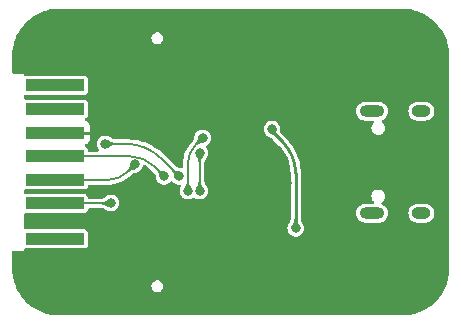
<source format=gbr>
%TF.GenerationSoftware,KiCad,Pcbnew,7.0.5-0*%
%TF.CreationDate,2023-07-20T10:36:23-05:00*%
%TF.ProjectId,DCSDv2_CP2102N,44435344-7632-45f4-9350-323130324e2e,rev?*%
%TF.SameCoordinates,Original*%
%TF.FileFunction,Copper,L1,Top*%
%TF.FilePolarity,Positive*%
%FSLAX46Y46*%
G04 Gerber Fmt 4.6, Leading zero omitted, Abs format (unit mm)*
G04 Created by KiCad (PCBNEW 7.0.5-0) date 2023-07-20 10:36:23*
%MOMM*%
%LPD*%
G01*
G04 APERTURE LIST*
%TA.AperFunction,SMDPad,CuDef*%
%ADD10R,5.000000X1.000000*%
%TD*%
%TA.AperFunction,ComponentPad*%
%ADD11O,1.600000X1.000000*%
%TD*%
%TA.AperFunction,ComponentPad*%
%ADD12O,2.100000X1.000000*%
%TD*%
%TA.AperFunction,ViaPad*%
%ADD13C,0.800000*%
%TD*%
%TA.AperFunction,Conductor*%
%ADD14C,0.250000*%
%TD*%
%TA.AperFunction,Conductor*%
%ADD15C,0.200000*%
%TD*%
G04 APERTURE END LIST*
D10*
%TO.P,U2,2,SCK*%
%TO.N,/DC_SCK*%
X135473810Y-95300000D03*
%TO.P,U2,4,RX*%
%TO.N,/DC_TX*%
X135473810Y-93300000D03*
%TO.P,U2,6,RTS*%
%TO.N,/DC_CTS*%
X135473810Y-91300000D03*
%TO.P,U2,8,GND*%
%TO.N,GND*%
X135473810Y-89300000D03*
%TO.P,U2,10,3.3V*%
%TO.N,unconnected-(U2-3.3V-Pad10)*%
X135473810Y-87300000D03*
%TO.P,U2,SHIELD*%
%TO.N,N/C*%
X135473810Y-98300000D03*
X135473810Y-85300000D03*
%TD*%
D11*
%TO.P,P1,S1,SHIELD*%
%TO.N,unconnected-(P1-SHIELD-PadS1)*%
X166523810Y-87480000D03*
D12*
X162343810Y-87480000D03*
D11*
X166523810Y-96120000D03*
D12*
X162343810Y-96120000D03*
%TD*%
D13*
%TO.N,GND*%
X152748310Y-86400000D03*
X160273810Y-88400000D03*
X153673810Y-86400000D03*
X155149310Y-93600000D03*
X152273810Y-91200000D03*
X155673810Y-86600000D03*
X138800000Y-89300000D03*
X154673810Y-86600000D03*
X150617410Y-88642404D03*
X138800000Y-94300000D03*
X150273810Y-91200000D03*
X160273810Y-95200000D03*
X150273810Y-93200000D03*
X158000000Y-91600000D03*
X152273810Y-93200000D03*
X151273810Y-92200000D03*
%TO.N,+3.3V*%
X153873810Y-89000000D03*
X155873810Y-97400000D03*
%TO.N,/CP2102N_RESET*%
X147750000Y-91000000D03*
X147750000Y-94250000D03*
%TO.N,/CP2102N_SCK*%
X148000000Y-89750000D03*
X146750000Y-94250000D03*
%TO.N,/DC_CTS*%
X144750000Y-93000000D03*
%TO.N,/DC_RTS*%
X139750000Y-90250000D03*
X146000000Y-92999500D03*
%TO.N,/DC_TX*%
X142250000Y-92000000D03*
%TO.N,/DC_SCK*%
X140250000Y-95250000D03*
%TD*%
D14*
%TO.N,GND*%
X138800000Y-89300000D02*
X135473810Y-89300000D01*
%TO.N,+3.3V*%
X154773810Y-90100000D02*
X153673810Y-89000000D01*
X155873810Y-97400000D02*
X155873810Y-92755634D01*
X155873792Y-92755634D02*
G75*
G03*
X154773810Y-90100000I-3755592J34D01*
G01*
D15*
%TO.N,/CP2102N_RESET*%
X147750000Y-91025125D02*
X147750000Y-91000000D01*
X147750000Y-91100500D02*
X147750000Y-91201000D01*
X147750000Y-91075375D02*
X147750000Y-91100500D01*
X147750000Y-91025125D02*
X147750000Y-91075375D01*
X147750000Y-91201000D02*
X147750000Y-94250000D01*
%TO.N,/CP2102N_SCK*%
X146750000Y-91883883D02*
X146750000Y-94250000D01*
X148000000Y-89750000D02*
X147375000Y-90375000D01*
X147375005Y-90375005D02*
G75*
G03*
X146750000Y-91883883I1508895J-1508895D01*
G01*
%TO.N,/DC_CTS*%
X141847918Y-91300000D02*
X135473810Y-91300000D01*
X144750000Y-93000000D02*
X143900000Y-92150000D01*
X143899995Y-92150005D02*
G75*
G03*
X141847918Y-91300000I-2052095J-2052095D01*
G01*
%TO.N,/DC_RTS*%
X139750000Y-90250000D02*
X141500250Y-90250000D01*
X146000000Y-92999500D02*
X144488113Y-91487613D01*
X144488093Y-91487633D02*
G75*
G03*
X141500250Y-90250000I-2987893J-2987867D01*
G01*
D14*
%TO.N,/DC_TX*%
X135654935Y-93118875D02*
X135836060Y-92937750D01*
D15*
X140030761Y-93300000D02*
X135729959Y-93300000D01*
X142250000Y-92000000D02*
X141600000Y-92650000D01*
X140030761Y-93299983D02*
G75*
G03*
X141599999Y-92649999I39J2219183D01*
G01*
D14*
X135654956Y-93118896D02*
G75*
G03*
X135729959Y-93300000I75044J-75004D01*
G01*
D15*
%TO.N,/DC_SCK*%
X140250000Y-95250000D02*
X140225000Y-95275000D01*
X140164644Y-95300000D02*
X135473810Y-95300000D01*
X140164644Y-95300018D02*
G75*
G03*
X140225000Y-95275000I-44J85418D01*
G01*
%TD*%
%TA.AperFunction,Conductor*%
%TO.N,/CP2102N_RESET*%
G36*
X147847058Y-93463427D02*
G01*
X147850475Y-93471205D01*
X147853871Y-93551396D01*
X147853872Y-93551404D01*
X147864920Y-93627314D01*
X147864922Y-93627325D01*
X147882300Y-93691072D01*
X147882306Y-93691091D01*
X147905162Y-93745989D01*
X147905163Y-93745992D01*
X147905165Y-93745995D01*
X147932663Y-93795389D01*
X147963948Y-93842578D01*
X147963964Y-93842601D01*
X147963980Y-93842624D01*
X147974942Y-93858095D01*
X147998172Y-93890879D01*
X148034404Y-93943491D01*
X148034555Y-93943723D01*
X148071939Y-94003925D01*
X148072138Y-94004270D01*
X148106029Y-94068159D01*
X148106878Y-94077074D01*
X148104126Y-94081752D01*
X147758433Y-94441230D01*
X147750229Y-94444818D01*
X147741890Y-94441553D01*
X147741567Y-94441230D01*
X147395873Y-94081752D01*
X147392608Y-94073413D01*
X147393969Y-94068162D01*
X147427867Y-94004256D01*
X147428059Y-94003925D01*
X147465443Y-93943723D01*
X147465571Y-93943526D01*
X147501827Y-93890879D01*
X147536051Y-93842578D01*
X147567336Y-93795389D01*
X147594834Y-93745995D01*
X147617697Y-93691078D01*
X147635078Y-93627318D01*
X147646128Y-93551398D01*
X147649525Y-93471204D01*
X147653299Y-93463084D01*
X147661215Y-93460000D01*
X147838785Y-93460000D01*
X147847058Y-93463427D01*
G37*
%TD.AperFunction*%
%TD*%
%TA.AperFunction,Conductor*%
%TO.N,+3.3V*%
G36*
X153830895Y-88813192D02*
G01*
X153831774Y-88813665D01*
X154092043Y-88968548D01*
X154259988Y-89068491D01*
X154265345Y-89075666D01*
X154265466Y-89080896D01*
X154257257Y-89120908D01*
X154257229Y-89121036D01*
X154247152Y-89165126D01*
X154238188Y-89206108D01*
X154238187Y-89206115D01*
X154231729Y-89244617D01*
X154229175Y-89280621D01*
X154229112Y-89281506D01*
X154231682Y-89317572D01*
X154231685Y-89317589D01*
X154240788Y-89353669D01*
X154240792Y-89353680D01*
X154257786Y-89390610D01*
X154257788Y-89390615D01*
X154271268Y-89410443D01*
X154284010Y-89429186D01*
X154313415Y-89461976D01*
X154316388Y-89470421D01*
X154312978Y-89478059D01*
X154151975Y-89639062D01*
X154143702Y-89642489D01*
X154135777Y-89639395D01*
X154109804Y-89615473D01*
X154077075Y-89585328D01*
X154077068Y-89585322D01*
X154077061Y-89585316D01*
X154015822Y-89538433D01*
X154015814Y-89538427D01*
X153959138Y-89502907D01*
X153924788Y-89485113D01*
X153905836Y-89475296D01*
X153854732Y-89452151D01*
X153854705Y-89452139D01*
X153804757Y-89430075D01*
X153804553Y-89429980D01*
X153754620Y-89405582D01*
X153754216Y-89405364D01*
X153703083Y-89375208D01*
X153702600Y-89374890D01*
X153648989Y-89335509D01*
X153648526Y-89335130D01*
X153597439Y-89288720D01*
X153593619Y-89280621D01*
X153594770Y-89274972D01*
X153815270Y-88818636D01*
X153821955Y-88812678D01*
X153830895Y-88813192D01*
G37*
%TD.AperFunction*%
%TD*%
%TA.AperFunction,Conductor*%
%TO.N,/DC_SCK*%
G36*
X135699260Y-94854036D02*
G01*
X135782829Y-94898971D01*
X135783232Y-94899209D01*
X135859383Y-94948382D01*
X135859667Y-94948577D01*
X135925570Y-94996862D01*
X135925647Y-94996919D01*
X135985642Y-95043034D01*
X135985666Y-95043051D01*
X135985668Y-95043053D01*
X136043993Y-95085610D01*
X136044016Y-95085626D01*
X136105070Y-95123354D01*
X136105082Y-95123361D01*
X136173212Y-95154951D01*
X136173218Y-95154954D01*
X136219299Y-95168945D01*
X136252803Y-95179118D01*
X136348210Y-95194564D01*
X136452661Y-95199475D01*
X136460763Y-95203287D01*
X136463810Y-95211162D01*
X136463810Y-95388837D01*
X136460383Y-95397110D01*
X136452660Y-95400524D01*
X136366356Y-95404581D01*
X136348210Y-95405435D01*
X136348206Y-95405435D01*
X136348203Y-95405436D01*
X136252809Y-95420880D01*
X136252803Y-95420881D01*
X136252799Y-95420881D01*
X136252795Y-95420883D01*
X136173218Y-95445044D01*
X136173212Y-95445047D01*
X136105082Y-95476637D01*
X136105070Y-95476644D01*
X136044016Y-95514372D01*
X136043993Y-95514388D01*
X135985667Y-95556945D01*
X135985668Y-95556946D01*
X135985611Y-95556987D01*
X135925678Y-95603055D01*
X135925570Y-95603136D01*
X135859667Y-95651421D01*
X135859383Y-95651616D01*
X135783232Y-95700789D01*
X135782829Y-95701027D01*
X135699260Y-95745963D01*
X135690350Y-95746863D01*
X135685609Y-95744091D01*
X135640713Y-95700917D01*
X135232578Y-95308432D01*
X135228991Y-95300229D01*
X135232256Y-95291890D01*
X135232579Y-95291567D01*
X135324379Y-95203287D01*
X135685611Y-94855907D01*
X135693948Y-94852643D01*
X135699260Y-94854036D01*
G37*
%TD.AperFunction*%
%TD*%
%TA.AperFunction,Conductor*%
%TO.N,/DC_CTS*%
G36*
X135699260Y-90854036D02*
G01*
X135782829Y-90898971D01*
X135783232Y-90899209D01*
X135859383Y-90948382D01*
X135859667Y-90948577D01*
X135925570Y-90996862D01*
X135925647Y-90996919D01*
X135985642Y-91043034D01*
X135985666Y-91043051D01*
X135985668Y-91043053D01*
X136043993Y-91085610D01*
X136044016Y-91085626D01*
X136105070Y-91123354D01*
X136105082Y-91123361D01*
X136173212Y-91154951D01*
X136173218Y-91154954D01*
X136219299Y-91168945D01*
X136252803Y-91179118D01*
X136348210Y-91194564D01*
X136452661Y-91199475D01*
X136460763Y-91203287D01*
X136463810Y-91211162D01*
X136463810Y-91388837D01*
X136460383Y-91397110D01*
X136452660Y-91400524D01*
X136366356Y-91404581D01*
X136348210Y-91405435D01*
X136348206Y-91405435D01*
X136348203Y-91405436D01*
X136252809Y-91420880D01*
X136252803Y-91420881D01*
X136252799Y-91420881D01*
X136252795Y-91420883D01*
X136173218Y-91445044D01*
X136173212Y-91445047D01*
X136105082Y-91476637D01*
X136105070Y-91476644D01*
X136044016Y-91514372D01*
X136043993Y-91514388D01*
X135985667Y-91556945D01*
X135985668Y-91556946D01*
X135985611Y-91556987D01*
X135925678Y-91603055D01*
X135925570Y-91603136D01*
X135859667Y-91651421D01*
X135859383Y-91651616D01*
X135783232Y-91700789D01*
X135782829Y-91701027D01*
X135699260Y-91745963D01*
X135690350Y-91746863D01*
X135685609Y-91744091D01*
X135640713Y-91700917D01*
X135232578Y-91308432D01*
X135228991Y-91300229D01*
X135232256Y-91291890D01*
X135232579Y-91291567D01*
X135324379Y-91203287D01*
X135685611Y-90855907D01*
X135693948Y-90852643D01*
X135699260Y-90854036D01*
G37*
%TD.AperFunction*%
%TD*%
%TA.AperFunction,Conductor*%
%TO.N,/DC_CTS*%
G36*
X144270353Y-92378262D02*
G01*
X144319401Y-92423321D01*
X144329462Y-92432565D01*
X144390959Y-92478435D01*
X144448334Y-92511230D01*
X144470471Y-92520353D01*
X144503330Y-92533895D01*
X144503331Y-92533895D01*
X144503333Y-92533896D01*
X144557703Y-92549379D01*
X144613192Y-92560625D01*
X144671547Y-92570579D01*
X144734408Y-92582168D01*
X144734628Y-92582214D01*
X144767088Y-92589804D01*
X144803653Y-92598354D01*
X144804009Y-92598449D01*
X144873170Y-92619668D01*
X144880073Y-92625370D01*
X144881435Y-92630624D01*
X144891183Y-93129256D01*
X144887918Y-93137595D01*
X144879714Y-93141183D01*
X144879256Y-93141183D01*
X144380624Y-93131435D01*
X144372420Y-93127847D01*
X144369669Y-93123170D01*
X144348449Y-93054009D01*
X144348354Y-93053653D01*
X144332217Y-92984638D01*
X144332168Y-92984408D01*
X144320579Y-92921547D01*
X144310625Y-92863192D01*
X144299379Y-92807703D01*
X144283896Y-92753333D01*
X144261230Y-92698334D01*
X144228435Y-92640959D01*
X144182565Y-92579462D01*
X144165259Y-92560625D01*
X144128262Y-92520353D01*
X144125188Y-92511943D01*
X144128604Y-92504166D01*
X144254166Y-92378604D01*
X144262438Y-92375178D01*
X144270353Y-92378262D01*
G37*
%TD.AperFunction*%
%TD*%
%TA.AperFunction,Conductor*%
%TO.N,/DC_CTS*%
G36*
X135699260Y-90854036D02*
G01*
X135782829Y-90898971D01*
X135783232Y-90899209D01*
X135859383Y-90948382D01*
X135859667Y-90948577D01*
X135925570Y-90996862D01*
X135925647Y-90996919D01*
X135985642Y-91043034D01*
X135985666Y-91043051D01*
X135985668Y-91043053D01*
X136043993Y-91085610D01*
X136044016Y-91085626D01*
X136105070Y-91123354D01*
X136105082Y-91123361D01*
X136173212Y-91154951D01*
X136173218Y-91154954D01*
X136219299Y-91168945D01*
X136252803Y-91179118D01*
X136348210Y-91194564D01*
X136452661Y-91199475D01*
X136460763Y-91203287D01*
X136463810Y-91211162D01*
X136463810Y-91388837D01*
X136460383Y-91397110D01*
X136452660Y-91400524D01*
X136366356Y-91404581D01*
X136348210Y-91405435D01*
X136348206Y-91405435D01*
X136348203Y-91405436D01*
X136252809Y-91420880D01*
X136252803Y-91420881D01*
X136252799Y-91420881D01*
X136252795Y-91420883D01*
X136173218Y-91445044D01*
X136173212Y-91445047D01*
X136105082Y-91476637D01*
X136105070Y-91476644D01*
X136044016Y-91514372D01*
X136043993Y-91514388D01*
X135985667Y-91556945D01*
X135985668Y-91556946D01*
X135985611Y-91556987D01*
X135925678Y-91603055D01*
X135925570Y-91603136D01*
X135859667Y-91651421D01*
X135859383Y-91651616D01*
X135783232Y-91700789D01*
X135782829Y-91701027D01*
X135699260Y-91745963D01*
X135690350Y-91746863D01*
X135685609Y-91744091D01*
X135640713Y-91700917D01*
X135232578Y-91308432D01*
X135228991Y-91300229D01*
X135232256Y-91291890D01*
X135232579Y-91291567D01*
X135324379Y-91203287D01*
X135685611Y-90855907D01*
X135693948Y-90852643D01*
X135699260Y-90854036D01*
G37*
%TD.AperFunction*%
%TD*%
%TA.AperFunction,Conductor*%
%TO.N,/DC_TX*%
G36*
X142387595Y-91862081D02*
G01*
X142391183Y-91870285D01*
X142391183Y-91870743D01*
X142381435Y-92369375D01*
X142377847Y-92377579D01*
X142373169Y-92380331D01*
X142304036Y-92401541D01*
X142303652Y-92401644D01*
X142234638Y-92417781D01*
X142234367Y-92417838D01*
X142171523Y-92429424D01*
X142113221Y-92439368D01*
X142113188Y-92439374D01*
X142057710Y-92450617D01*
X142057699Y-92450620D01*
X142003330Y-92466102D01*
X141948337Y-92488766D01*
X141948334Y-92488767D01*
X141890960Y-92521562D01*
X141829465Y-92567430D01*
X141829459Y-92567435D01*
X141770353Y-92621736D01*
X141761943Y-92624810D01*
X141754165Y-92621393D01*
X141628604Y-92495832D01*
X141625177Y-92487559D01*
X141628259Y-92479647D01*
X141682565Y-92420536D01*
X141728435Y-92359039D01*
X141761230Y-92301665D01*
X141783896Y-92246665D01*
X141799379Y-92192295D01*
X141810625Y-92136806D01*
X141820579Y-92078452D01*
X141832170Y-92015582D01*
X141832217Y-92015360D01*
X141848354Y-91946345D01*
X141848447Y-91945996D01*
X141869669Y-91876828D01*
X141875370Y-91869926D01*
X141880622Y-91868564D01*
X142379257Y-91858816D01*
X142387595Y-91862081D01*
G37*
%TD.AperFunction*%
%TD*%
%TA.AperFunction,Conductor*%
%TO.N,GND*%
G36*
X164875234Y-78800566D02*
G01*
X165046724Y-78808495D01*
X165246337Y-78818301D01*
X165251858Y-78818820D01*
X165437368Y-78844698D01*
X165623610Y-78872325D01*
X165628659Y-78873292D01*
X165813397Y-78916742D01*
X165993959Y-78961971D01*
X165998568Y-78963318D01*
X166169944Y-79020757D01*
X166178970Y-79023783D01*
X166180086Y-79024170D01*
X166354102Y-79086433D01*
X166358230Y-79088081D01*
X166532724Y-79165129D01*
X166534127Y-79165770D01*
X166700708Y-79244558D01*
X166704370Y-79246441D01*
X166871224Y-79339378D01*
X166872901Y-79340347D01*
X167030692Y-79434923D01*
X167033857Y-79436953D01*
X167191578Y-79544995D01*
X167193473Y-79546346D01*
X167341076Y-79655815D01*
X167343741Y-79657907D01*
X167490929Y-79780131D01*
X167492909Y-79781849D01*
X167614127Y-79891714D01*
X167629009Y-79905203D01*
X167631214Y-79907302D01*
X167766517Y-80042606D01*
X167768615Y-80044810D01*
X167891918Y-80180854D01*
X167893677Y-80182882D01*
X167942409Y-80241567D01*
X168015927Y-80330101D01*
X168018013Y-80332758D01*
X168127421Y-80480279D01*
X168128772Y-80482174D01*
X168236883Y-80639998D01*
X168238913Y-80643163D01*
X168333382Y-80800775D01*
X168334368Y-80802480D01*
X168427392Y-80969491D01*
X168429275Y-80973153D01*
X168507964Y-81139524D01*
X168508634Y-81140990D01*
X168585748Y-81315637D01*
X168587407Y-81319794D01*
X168649557Y-81493493D01*
X168649934Y-81494580D01*
X168710502Y-81675295D01*
X168711859Y-81679935D01*
X168756968Y-81860024D01*
X168800522Y-82045206D01*
X168801498Y-82050305D01*
X168828980Y-82235562D01*
X168854992Y-82422041D01*
X168855512Y-82427567D01*
X168865161Y-82623962D01*
X168873244Y-82798791D01*
X168873310Y-82801655D01*
X168873310Y-100798560D01*
X168873244Y-100801424D01*
X168865331Y-100972575D01*
X168855507Y-101172541D01*
X168854987Y-101178067D01*
X168829148Y-101363297D01*
X168801480Y-101549815D01*
X168800504Y-101554914D01*
X168757142Y-101739280D01*
X168711827Y-101920192D01*
X168710470Y-101924832D01*
X168650098Y-102104958D01*
X168649688Y-102106142D01*
X168587368Y-102280315D01*
X168585709Y-102284473D01*
X168508779Y-102458702D01*
X168508109Y-102460168D01*
X168429211Y-102626981D01*
X168427328Y-102630643D01*
X168334537Y-102797236D01*
X168333552Y-102798941D01*
X168238823Y-102956986D01*
X168236793Y-102960151D01*
X168128935Y-103117604D01*
X168127584Y-103119499D01*
X168017911Y-103267377D01*
X168015810Y-103270053D01*
X167893828Y-103416950D01*
X167892068Y-103418978D01*
X167768465Y-103555354D01*
X167766366Y-103557558D01*
X167631368Y-103692556D01*
X167629164Y-103694655D01*
X167492772Y-103818273D01*
X167490744Y-103820032D01*
X167343879Y-103941989D01*
X167341203Y-103944090D01*
X167193265Y-104053807D01*
X167191370Y-104055158D01*
X167034011Y-104162953D01*
X167030846Y-104164983D01*
X166872646Y-104259804D01*
X166870941Y-104260789D01*
X166704505Y-104353493D01*
X166700843Y-104355376D01*
X166533784Y-104434390D01*
X166532318Y-104435060D01*
X166358368Y-104511866D01*
X166354211Y-104513525D01*
X166179655Y-104575983D01*
X166178470Y-104576394D01*
X165998723Y-104636639D01*
X165994083Y-104637996D01*
X165812619Y-104683450D01*
X165628813Y-104726682D01*
X165623713Y-104727658D01*
X165482150Y-104748658D01*
X165463955Y-104750000D01*
X135283665Y-104750000D01*
X135265470Y-104748658D01*
X135123970Y-104727668D01*
X135118880Y-104726694D01*
X135054475Y-104711546D01*
X134934643Y-104683361D01*
X134753592Y-104638011D01*
X134748952Y-104636654D01*
X134569006Y-104576342D01*
X134567822Y-104575932D01*
X134393446Y-104513540D01*
X134389288Y-104511881D01*
X134215218Y-104435021D01*
X134213753Y-104434351D01*
X134046778Y-104355378D01*
X134043116Y-104353495D01*
X133876669Y-104260785D01*
X133874964Y-104259800D01*
X133716769Y-104164981D01*
X133713604Y-104162951D01*
X133556290Y-104055188D01*
X133554395Y-104053837D01*
X133406370Y-103944055D01*
X133403694Y-103941954D01*
X133256930Y-103820084D01*
X133254902Y-103818324D01*
X133118391Y-103694598D01*
X133116187Y-103692499D01*
X132981309Y-103557621D01*
X132979220Y-103555428D01*
X132855429Y-103418845D01*
X132853747Y-103416907D01*
X132731870Y-103270136D01*
X132729777Y-103267471D01*
X132619932Y-103119361D01*
X132618581Y-103117466D01*
X132510881Y-102960244D01*
X132508865Y-102957102D01*
X132413944Y-102798737D01*
X132412985Y-102797078D01*
X132320338Y-102630744D01*
X132318455Y-102627082D01*
X132239362Y-102459856D01*
X132238719Y-102458450D01*
X132168756Y-102300000D01*
X143668163Y-102300000D01*
X143688644Y-102442456D01*
X143696733Y-102460168D01*
X143748433Y-102573373D01*
X143842682Y-102682143D01*
X143963757Y-102759953D01*
X143963760Y-102759954D01*
X143963759Y-102759954D01*
X144070917Y-102791417D01*
X144096539Y-102798941D01*
X144101846Y-102800499D01*
X144101848Y-102800500D01*
X144101849Y-102800500D01*
X144245772Y-102800500D01*
X144245772Y-102800499D01*
X144383863Y-102759953D01*
X144504938Y-102682143D01*
X144599187Y-102573373D01*
X144658975Y-102442457D01*
X144679457Y-102300000D01*
X144658975Y-102157543D01*
X144599187Y-102026627D01*
X144504938Y-101917857D01*
X144383863Y-101840047D01*
X144383861Y-101840046D01*
X144383859Y-101840045D01*
X144383860Y-101840045D01*
X144245773Y-101799500D01*
X144245771Y-101799500D01*
X144101849Y-101799500D01*
X144101846Y-101799500D01*
X143963759Y-101840045D01*
X143842683Y-101917856D01*
X143842682Y-101917856D01*
X143842682Y-101917857D01*
X143830100Y-101932376D01*
X143748433Y-102026626D01*
X143748432Y-102026628D01*
X143688644Y-102157543D01*
X143668163Y-102300000D01*
X132168756Y-102300000D01*
X132161948Y-102284581D01*
X132160302Y-102280458D01*
X132097726Y-102105568D01*
X132097407Y-102104647D01*
X132037172Y-101924928D01*
X132035825Y-101920325D01*
X131990325Y-101738676D01*
X131947125Y-101555003D01*
X131946154Y-101549926D01*
X131946138Y-101549815D01*
X131918314Y-101362250D01*
X131892636Y-101178169D01*
X131892117Y-101172652D01*
X131882118Y-100969103D01*
X131874376Y-100801642D01*
X131874310Y-100798778D01*
X131874310Y-99424500D01*
X131893995Y-99357461D01*
X131946799Y-99311706D01*
X131998310Y-99300500D01*
X132849050Y-99300500D01*
X132849193Y-99300528D01*
X132849194Y-99300524D01*
X132873807Y-99300539D01*
X132873810Y-99300541D01*
X132874193Y-99300383D01*
X132874310Y-99300099D01*
X132874351Y-99300000D01*
X132874350Y-99299997D01*
X132874393Y-99275889D01*
X132874310Y-99275467D01*
X132874310Y-99224499D01*
X132893995Y-99157460D01*
X132946799Y-99111705D01*
X132998305Y-99100499D01*
X138018674Y-99100499D01*
X138018689Y-99100497D01*
X138018692Y-99100497D01*
X138043797Y-99097586D01*
X138043798Y-99097585D01*
X138043801Y-99097585D01*
X138146575Y-99052206D01*
X138226016Y-98972765D01*
X138271395Y-98869991D01*
X138274310Y-98844865D01*
X138274309Y-97755136D01*
X138274307Y-97755117D01*
X138271396Y-97730012D01*
X138271395Y-97730010D01*
X138271395Y-97730009D01*
X138226016Y-97627235D01*
X138146575Y-97547794D01*
X138074308Y-97515885D01*
X138043802Y-97502415D01*
X138018678Y-97499500D01*
X132998310Y-97499500D01*
X132931271Y-97479815D01*
X132885516Y-97427011D01*
X132874310Y-97375500D01*
X132874310Y-96224499D01*
X132893995Y-96157460D01*
X132946799Y-96111705D01*
X132998305Y-96100499D01*
X138018674Y-96100499D01*
X138018689Y-96100497D01*
X138018692Y-96100497D01*
X138043797Y-96097586D01*
X138043798Y-96097585D01*
X138043801Y-96097585D01*
X138146575Y-96052206D01*
X138226016Y-95972765D01*
X138271395Y-95869991D01*
X138274310Y-95844865D01*
X138274310Y-95824499D01*
X138293995Y-95757461D01*
X138346799Y-95711706D01*
X138398310Y-95700500D01*
X139407467Y-95700500D01*
X139434852Y-95703561D01*
X139444321Y-95705706D01*
X139514295Y-95708360D01*
X139519844Y-95708820D01*
X139565834Y-95714738D01*
X139572205Y-95715899D01*
X139602985Y-95723198D01*
X139609389Y-95725088D01*
X139631672Y-95732998D01*
X139634300Y-95733931D01*
X139639633Y-95736107D01*
X139668520Y-95749496D01*
X139671793Y-95751133D01*
X139712320Y-95772927D01*
X139765680Y-95802760D01*
X139768880Y-95804499D01*
X139831476Y-95837562D01*
X139832777Y-95838227D01*
X139835066Y-95839399D01*
X139839043Y-95841365D01*
X139842404Y-95842972D01*
X139842682Y-95843105D01*
X139914730Y-95876387D01*
X139914744Y-95876393D01*
X139919717Y-95878584D01*
X139924922Y-95880767D01*
X139926804Y-95881519D01*
X139929648Y-95882657D01*
X139993348Y-95906915D01*
X139999447Y-95909665D01*
X139999772Y-95909788D01*
X139999775Y-95909790D01*
X139999778Y-95909790D01*
X139999813Y-95909804D01*
X140003487Y-95910836D01*
X140004386Y-95911119D01*
X140004393Y-95911122D01*
X140073400Y-95928531D01*
X140075114Y-95928755D01*
X140081899Y-95930031D01*
X140164944Y-95950500D01*
X140335056Y-95950500D01*
X140500225Y-95909790D01*
X140579692Y-95868081D01*
X140650849Y-95830736D01*
X140650850Y-95830734D01*
X140650852Y-95830734D01*
X140778183Y-95717929D01*
X140874818Y-95577930D01*
X140935140Y-95418872D01*
X140955645Y-95250000D01*
X140935140Y-95081128D01*
X140874818Y-94922070D01*
X140855665Y-94894323D01*
X140818627Y-94840664D01*
X140778183Y-94782071D01*
X140655443Y-94673333D01*
X140650849Y-94669263D01*
X140500226Y-94590210D01*
X140335056Y-94549500D01*
X140164944Y-94549500D01*
X139999776Y-94590209D01*
X139854076Y-94666678D01*
X139852503Y-94667443D01*
X139851783Y-94667850D01*
X139850133Y-94668748D01*
X139849152Y-94669262D01*
X139848575Y-94669660D01*
X139843895Y-94673333D01*
X139791735Y-94709490D01*
X139788512Y-94711788D01*
X139784785Y-94714521D01*
X139781289Y-94717164D01*
X139722397Y-94763074D01*
X139718523Y-94766172D01*
X139667731Y-94808425D01*
X139629811Y-94839694D01*
X139627403Y-94841582D01*
X139603649Y-94859275D01*
X139598769Y-94862562D01*
X139586251Y-94870157D01*
X139579151Y-94873857D01*
X139576170Y-94875175D01*
X139570811Y-94877542D01*
X139562709Y-94880465D01*
X139559102Y-94881489D01*
X139547808Y-94884697D01*
X139540031Y-94886376D01*
X139508151Y-94891139D01*
X139501654Y-94891762D01*
X139490861Y-94892227D01*
X139442763Y-94894298D01*
X139442702Y-94894301D01*
X139442261Y-94894320D01*
X139442201Y-94894323D01*
X139442199Y-94894323D01*
X139433951Y-94896250D01*
X139405750Y-94899500D01*
X138398309Y-94899500D01*
X138331270Y-94879815D01*
X138285515Y-94827011D01*
X138274309Y-94775500D01*
X138274309Y-94755143D01*
X138274309Y-94755136D01*
X138272890Y-94742896D01*
X138271396Y-94730012D01*
X138271395Y-94730010D01*
X138271395Y-94730009D01*
X138226016Y-94627235D01*
X138146575Y-94547794D01*
X138128389Y-94539764D01*
X138043802Y-94502415D01*
X138018678Y-94499500D01*
X132998310Y-94499500D01*
X132931271Y-94479815D01*
X132885516Y-94427011D01*
X132874310Y-94375500D01*
X132874310Y-94224499D01*
X132893995Y-94157460D01*
X132946799Y-94111705D01*
X132998305Y-94100499D01*
X138018674Y-94100499D01*
X138018689Y-94100497D01*
X138018692Y-94100497D01*
X138043797Y-94097586D01*
X138043798Y-94097585D01*
X138043801Y-94097585D01*
X138146575Y-94052206D01*
X138226016Y-93972765D01*
X138271395Y-93869991D01*
X138274310Y-93844865D01*
X138274310Y-93824500D01*
X138293995Y-93757461D01*
X138346799Y-93711706D01*
X138398310Y-93700500D01*
X140064585Y-93700500D01*
X140064994Y-93700483D01*
X140177876Y-93700486D01*
X140470269Y-93667545D01*
X140757136Y-93602074D01*
X141034868Y-93504894D01*
X141299973Y-93377229D01*
X141549116Y-93220683D01*
X141779165Y-93037226D01*
X141855534Y-92960857D01*
X141855550Y-92960843D01*
X141947456Y-92868936D01*
X141969457Y-92851440D01*
X141977036Y-92846708D01*
X142022309Y-92805113D01*
X142027173Y-92801083D01*
X142055696Y-92779808D01*
X142061974Y-92775695D01*
X142079436Y-92765713D01*
X142086574Y-92762221D01*
X142100441Y-92756506D01*
X142107067Y-92754206D01*
X142127688Y-92748334D01*
X142132338Y-92747204D01*
X142168289Y-92739917D01*
X142170162Y-92739567D01*
X142224903Y-92730231D01*
X142291633Y-92717929D01*
X142295379Y-92717190D01*
X142299192Y-92716388D01*
X142302530Y-92715647D01*
X142375616Y-92698557D01*
X142377248Y-92698147D01*
X142380353Y-92697369D01*
X142380378Y-92697362D01*
X142380411Y-92697354D01*
X142385810Y-92695906D01*
X142391040Y-92694403D01*
X142462774Y-92672395D01*
X142470334Y-92669066D01*
X142490629Y-92662154D01*
X142500225Y-92659790D01*
X142650852Y-92580734D01*
X142778183Y-92467929D01*
X142874818Y-92327930D01*
X142935140Y-92168872D01*
X142937968Y-92145577D01*
X142965589Y-92081401D01*
X143023522Y-92042344D01*
X143093375Y-92040808D01*
X143121037Y-92051993D01*
X143171366Y-92079809D01*
X143175788Y-92082253D01*
X143181679Y-92085955D01*
X143404789Y-92244261D01*
X143410212Y-92248585D01*
X143615619Y-92432148D01*
X143618134Y-92434527D01*
X143881058Y-92697451D01*
X143898549Y-92719445D01*
X143903289Y-92727034D01*
X143944874Y-92772301D01*
X143948915Y-92777177D01*
X143950889Y-92779823D01*
X143970179Y-92805685D01*
X143974301Y-92811976D01*
X143982772Y-92826795D01*
X143984278Y-92829430D01*
X143987778Y-92836582D01*
X143993485Y-92850433D01*
X143995792Y-92857078D01*
X144001660Y-92877684D01*
X144002796Y-92882352D01*
X144010083Y-92918310D01*
X144010436Y-92920198D01*
X144019773Y-92974935D01*
X144032113Y-93041873D01*
X144032933Y-93046003D01*
X144034049Y-93051240D01*
X144051408Y-93125481D01*
X144052582Y-93130172D01*
X144053991Y-93135454D01*
X144055569Y-93140953D01*
X144077603Y-93212772D01*
X144105134Y-93275311D01*
X144106360Y-93278305D01*
X144125180Y-93327928D01*
X144159208Y-93377225D01*
X144221817Y-93467929D01*
X144287367Y-93526001D01*
X144349150Y-93580736D01*
X144498820Y-93659289D01*
X144499775Y-93659790D01*
X144664944Y-93700500D01*
X144835056Y-93700500D01*
X145000225Y-93659790D01*
X145110191Y-93602075D01*
X145150849Y-93580736D01*
X145150850Y-93580734D01*
X145150852Y-93580734D01*
X145278183Y-93467929D01*
X145278189Y-93467919D01*
X145282403Y-93463165D01*
X145341591Y-93426036D01*
X145411456Y-93426802D01*
X145468035Y-93463160D01*
X145471815Y-93467427D01*
X145471816Y-93467428D01*
X145471817Y-93467429D01*
X145514106Y-93504894D01*
X145599150Y-93580236D01*
X145749773Y-93659289D01*
X145749775Y-93659290D01*
X145914944Y-93700000D01*
X146037299Y-93700000D01*
X146104338Y-93719685D01*
X146150093Y-93772489D01*
X146160037Y-93841647D01*
X146146839Y-93882111D01*
X146128867Y-93915989D01*
X146125234Y-93921971D01*
X146125179Y-93922076D01*
X146123333Y-93926943D01*
X146098240Y-93991514D01*
X146098233Y-93991538D01*
X146097768Y-93993327D01*
X146095732Y-93999717D01*
X146064861Y-94081122D01*
X146064859Y-94081130D01*
X146044355Y-94250000D01*
X146064859Y-94418869D01*
X146064860Y-94418874D01*
X146125182Y-94577931D01*
X146133658Y-94590210D01*
X146221817Y-94717929D01*
X146309043Y-94795204D01*
X146349150Y-94830736D01*
X146470263Y-94894301D01*
X146499775Y-94909790D01*
X146664944Y-94950500D01*
X146835056Y-94950500D01*
X147000225Y-94909790D01*
X147130183Y-94841582D01*
X147150845Y-94830738D01*
X147150846Y-94830736D01*
X147150852Y-94830734D01*
X147167773Y-94815742D01*
X147231004Y-94786022D01*
X147300267Y-94795204D01*
X147332224Y-94815741D01*
X147349148Y-94830734D01*
X147349150Y-94830735D01*
X147349154Y-94830738D01*
X147470263Y-94894301D01*
X147499775Y-94909790D01*
X147664944Y-94950500D01*
X147835056Y-94950500D01*
X148000225Y-94909790D01*
X148079692Y-94868081D01*
X148150849Y-94830736D01*
X148150850Y-94830734D01*
X148150852Y-94830734D01*
X148278183Y-94717929D01*
X148374818Y-94577930D01*
X148435140Y-94418872D01*
X148455645Y-94250000D01*
X148435140Y-94081128D01*
X148374818Y-93922070D01*
X148374816Y-93922068D01*
X148374816Y-93922066D01*
X148374777Y-93921993D01*
X148371124Y-93915979D01*
X148340753Y-93858724D01*
X148338142Y-93854007D01*
X148338124Y-93853974D01*
X148335331Y-93849131D01*
X148335327Y-93849125D01*
X148335313Y-93849100D01*
X148332793Y-93844892D01*
X148320130Y-93824500D01*
X148293229Y-93781179D01*
X148291485Y-93778436D01*
X148289360Y-93775171D01*
X148287142Y-93771859D01*
X148248621Y-93715923D01*
X148216536Y-93670641D01*
X148215461Y-93669073D01*
X148214448Y-93667545D01*
X148195146Y-93638432D01*
X148192655Y-93634339D01*
X148182243Y-93615635D01*
X148179173Y-93609299D01*
X148173413Y-93595464D01*
X148170833Y-93587939D01*
X148168869Y-93580736D01*
X148165550Y-93568563D01*
X148164015Y-93561196D01*
X148158892Y-93525992D01*
X148158302Y-93519706D01*
X148155701Y-93458276D01*
X148155675Y-93457665D01*
X148153741Y-93449371D01*
X148150500Y-93421207D01*
X148150500Y-91838798D01*
X148153651Y-91811021D01*
X148155703Y-91802096D01*
X148158308Y-91738803D01*
X148158867Y-91732662D01*
X148160633Y-91720185D01*
X148164170Y-91695183D01*
X148165626Y-91687996D01*
X148171302Y-91666591D01*
X148173771Y-91659195D01*
X148180004Y-91643816D01*
X148182975Y-91637523D01*
X148193657Y-91617841D01*
X148196114Y-91613705D01*
X148216334Y-91582493D01*
X148217412Y-91580885D01*
X148249189Y-91535147D01*
X148287505Y-91478660D01*
X148289431Y-91475750D01*
X148291423Y-91472664D01*
X148293200Y-91469844D01*
X148333017Y-91405097D01*
X148335551Y-91400822D01*
X148338204Y-91396177D01*
X148340595Y-91391826D01*
X148371217Y-91333901D01*
X148374667Y-91328216D01*
X148374812Y-91327940D01*
X148374813Y-91327937D01*
X148374818Y-91327930D01*
X148375134Y-91327096D01*
X148375549Y-91326105D01*
X148376122Y-91324623D01*
X148376127Y-91324616D01*
X148401827Y-91258278D01*
X148402242Y-91256668D01*
X148404298Y-91250194D01*
X148418409Y-91212988D01*
X148435138Y-91168879D01*
X148435140Y-91168870D01*
X148435857Y-91162966D01*
X148455645Y-91000000D01*
X148435140Y-90831128D01*
X148432120Y-90823166D01*
X148383247Y-90694297D01*
X148374818Y-90672070D01*
X148288298Y-90546725D01*
X148266416Y-90480373D01*
X148283881Y-90412721D01*
X148332722Y-90366491D01*
X148400852Y-90330734D01*
X148528183Y-90217929D01*
X148624818Y-90077930D01*
X148685140Y-89918872D01*
X148705645Y-89750000D01*
X148685140Y-89581128D01*
X148624818Y-89422070D01*
X148528183Y-89282071D01*
X148400852Y-89169266D01*
X148400849Y-89169263D01*
X148250226Y-89090210D01*
X148085056Y-89049500D01*
X147914944Y-89049500D01*
X147749773Y-89090210D01*
X147599150Y-89169263D01*
X147471816Y-89282072D01*
X147375182Y-89422068D01*
X147375182Y-89422069D01*
X147343083Y-89506709D01*
X147340032Y-89513495D01*
X147327608Y-89537215D01*
X147305542Y-89609133D01*
X147303981Y-89614579D01*
X147302543Y-89619975D01*
X147301418Y-89624477D01*
X147284371Y-89697378D01*
X147283678Y-89700490D01*
X147282877Y-89704273D01*
X147282102Y-89708192D01*
X147269768Y-89775090D01*
X147260434Y-89829809D01*
X147260081Y-89831697D01*
X147252797Y-89867642D01*
X147251661Y-89872308D01*
X147245795Y-89892913D01*
X147243484Y-89899567D01*
X147237772Y-89913424D01*
X147234277Y-89920568D01*
X147224309Y-89938009D01*
X147220177Y-89944315D01*
X147212734Y-89954293D01*
X147198920Y-89972813D01*
X147194879Y-89977690D01*
X147153226Y-90023030D01*
X147152874Y-90023414D01*
X147148376Y-90030648D01*
X147130758Y-90052847D01*
X147067835Y-90115771D01*
X147067703Y-90115913D01*
X146991163Y-90192454D01*
X146813686Y-90415004D01*
X146662248Y-90656013D01*
X146662240Y-90656028D01*
X146538738Y-90912482D01*
X146538732Y-90912496D01*
X146444718Y-91181168D01*
X146444716Y-91181177D01*
X146381373Y-91458694D01*
X146349500Y-91741548D01*
X146349500Y-92201303D01*
X146329815Y-92268342D01*
X146277011Y-92314097D01*
X146207853Y-92324041D01*
X146189131Y-92319850D01*
X146163653Y-92312033D01*
X146140920Y-92305059D01*
X146140905Y-92305054D01*
X146140893Y-92305051D01*
X146135484Y-92303500D01*
X146130141Y-92302074D01*
X146125546Y-92300925D01*
X146125545Y-92300924D01*
X146125522Y-92300919D01*
X146072287Y-92288470D01*
X146052455Y-92283833D01*
X146052443Y-92283830D01*
X146052433Y-92283828D01*
X146048916Y-92283049D01*
X146048893Y-92283044D01*
X146048856Y-92283036D01*
X146045141Y-92282260D01*
X146041597Y-92281562D01*
X145974922Y-92269270D01*
X145922180Y-92260274D01*
X145920190Y-92259934D01*
X145918310Y-92259583D01*
X145882352Y-92252296D01*
X145877684Y-92251160D01*
X145857078Y-92245292D01*
X145850433Y-92242985D01*
X145836582Y-92237278D01*
X145829430Y-92233778D01*
X145827972Y-92232945D01*
X145811976Y-92223801D01*
X145805685Y-92219679D01*
X145781048Y-92201303D01*
X145777177Y-92198415D01*
X145772301Y-92194374D01*
X145727084Y-92152835D01*
X145726607Y-92152396D01*
X145726606Y-92152395D01*
X145719359Y-92147888D01*
X145697163Y-92130271D01*
X145226087Y-91659195D01*
X144749022Y-91182129D01*
X144749021Y-91182128D01*
X144747551Y-91180658D01*
X144747020Y-91180167D01*
X144628482Y-91061629D01*
X144628481Y-91061628D01*
X144628474Y-91061621D01*
X144628465Y-91061613D01*
X144628458Y-91061607D01*
X144319042Y-90801973D01*
X144319034Y-90801967D01*
X143988145Y-90570272D01*
X143638317Y-90368295D01*
X143469517Y-90289581D01*
X143272215Y-90197576D01*
X143103705Y-90136242D01*
X142892634Y-90059416D01*
X142892616Y-90059411D01*
X142502465Y-89954866D01*
X142502455Y-89954863D01*
X142502448Y-89954862D01*
X142267456Y-89913424D01*
X142104640Y-89884713D01*
X141702228Y-89849501D01*
X141702229Y-89849501D01*
X141531770Y-89849500D01*
X141531769Y-89849500D01*
X140578370Y-89849500D01*
X140550447Y-89846315D01*
X140547306Y-89845589D01*
X140541725Y-89844299D01*
X140480313Y-89841697D01*
X140474003Y-89841105D01*
X140438820Y-89835984D01*
X140431439Y-89834447D01*
X140412062Y-89829165D01*
X140404535Y-89826584D01*
X140397464Y-89823641D01*
X140390689Y-89820820D01*
X140384370Y-89817758D01*
X140378763Y-89814637D01*
X140365650Y-89807336D01*
X140361550Y-89804841D01*
X140341366Y-89791461D01*
X140330939Y-89784548D01*
X140329380Y-89783479D01*
X140284058Y-89751365D01*
X140227964Y-89712735D01*
X140227931Y-89712712D01*
X140224225Y-89710239D01*
X140219802Y-89707379D01*
X140155127Y-89667218D01*
X140153054Y-89665976D01*
X140150886Y-89664678D01*
X140150867Y-89664667D01*
X140146024Y-89661874D01*
X140143188Y-89660305D01*
X140141250Y-89659232D01*
X140075005Y-89624092D01*
X140074999Y-89624089D01*
X140050527Y-89614579D01*
X140038872Y-89610049D01*
X140032519Y-89607159D01*
X140027608Y-89604581D01*
X140000225Y-89590210D01*
X140000222Y-89590209D01*
X139835056Y-89549500D01*
X139664944Y-89549500D01*
X139499773Y-89590210D01*
X139349150Y-89669263D01*
X139221816Y-89782072D01*
X139125182Y-89922068D01*
X139064860Y-90081125D01*
X139064859Y-90081130D01*
X139044355Y-90250000D01*
X139064859Y-90418869D01*
X139064860Y-90418874D01*
X139125182Y-90577931D01*
X139212934Y-90705060D01*
X139234817Y-90771414D01*
X139217352Y-90839066D01*
X139166084Y-90886536D01*
X139110884Y-90899500D01*
X138398309Y-90899500D01*
X138331270Y-90879815D01*
X138285515Y-90827011D01*
X138274309Y-90775500D01*
X138274309Y-90755143D01*
X138274309Y-90755136D01*
X138274307Y-90755117D01*
X138271396Y-90730012D01*
X138271395Y-90730010D01*
X138271395Y-90730009D01*
X138226016Y-90627235D01*
X138146575Y-90547794D01*
X138146574Y-90547793D01*
X138083363Y-90519883D01*
X138029986Y-90474797D01*
X138009459Y-90408011D01*
X138028297Y-90340729D01*
X138080521Y-90294313D01*
X138090116Y-90290267D01*
X138215896Y-90243354D01*
X138215903Y-90243350D01*
X138330997Y-90157190D01*
X138331000Y-90157187D01*
X138417160Y-90042093D01*
X138417164Y-90042086D01*
X138467406Y-89907379D01*
X138467408Y-89907372D01*
X138473809Y-89847844D01*
X138473810Y-89847827D01*
X138473810Y-88999999D01*
X153168165Y-88999999D01*
X153188669Y-89168869D01*
X153188670Y-89168874D01*
X153248992Y-89327931D01*
X153345625Y-89467926D01*
X153345628Y-89467930D01*
X153369415Y-89489004D01*
X153386007Y-89506915D01*
X153390994Y-89513495D01*
X153392017Y-89514844D01*
X153446015Y-89563899D01*
X153449335Y-89566763D01*
X153451954Y-89569022D01*
X153458530Y-89574405D01*
X153458546Y-89574417D01*
X153458577Y-89574443D01*
X153464903Y-89579351D01*
X153464913Y-89579358D01*
X153464935Y-89579375D01*
X153524881Y-89623408D01*
X153524899Y-89623421D01*
X153531332Y-89627898D01*
X153531349Y-89627909D01*
X153538191Y-89632414D01*
X153538213Y-89632428D01*
X153538239Y-89632445D01*
X153544642Y-89636437D01*
X153544652Y-89636443D01*
X153544657Y-89636446D01*
X153601512Y-89669978D01*
X153605658Y-89672317D01*
X153606584Y-89672840D01*
X153612255Y-89675900D01*
X153617735Y-89678716D01*
X153672998Y-89705719D01*
X153678538Y-89708299D01*
X153678555Y-89708306D01*
X153678584Y-89708320D01*
X153729885Y-89730980D01*
X153755017Y-89742361D01*
X153771005Y-89749602D01*
X153773912Y-89751012D01*
X153805251Y-89767246D01*
X153809653Y-89769761D01*
X153839001Y-89788154D01*
X153843761Y-89791456D01*
X153878084Y-89817733D01*
X153882382Y-89821344D01*
X153898277Y-89835984D01*
X153928728Y-89864032D01*
X153929364Y-89864616D01*
X153929369Y-89864620D01*
X153929374Y-89864624D01*
X153933636Y-89867278D01*
X153936689Y-89869180D01*
X153958816Y-89886754D01*
X154471845Y-90399783D01*
X154473939Y-90401981D01*
X154678096Y-90627235D01*
X154690355Y-90640760D01*
X154694213Y-90645461D01*
X154730432Y-90694297D01*
X154885258Y-90903059D01*
X154888641Y-90908121D01*
X155053520Y-91183207D01*
X155056389Y-91188576D01*
X155193505Y-91478486D01*
X155195835Y-91484111D01*
X155303880Y-91786079D01*
X155305647Y-91791905D01*
X155318913Y-91844868D01*
X155382943Y-92100499D01*
X155383570Y-92102999D01*
X155384757Y-92108971D01*
X155431811Y-92426202D01*
X155432407Y-92432260D01*
X155448234Y-92754478D01*
X155448309Y-92757520D01*
X155448309Y-92826795D01*
X155448310Y-92826808D01*
X155448310Y-96573307D01*
X155445298Y-96600472D01*
X155443100Y-96610260D01*
X155440822Y-96673401D01*
X155440391Y-96678795D01*
X155435347Y-96719484D01*
X155434209Y-96725889D01*
X155428398Y-96750905D01*
X155426416Y-96757667D01*
X155420094Y-96775434D01*
X155417591Y-96781449D01*
X155408012Y-96801436D01*
X155405761Y-96805700D01*
X155388727Y-96835130D01*
X155387480Y-96837190D01*
X155360408Y-96880035D01*
X155325803Y-96934827D01*
X155323285Y-96938956D01*
X155286059Y-97002247D01*
X155284243Y-97005421D01*
X155282201Y-97009087D01*
X155280145Y-97012907D01*
X155252191Y-97066594D01*
X155249651Y-97070812D01*
X155248685Y-97072653D01*
X155248287Y-97073616D01*
X155246717Y-97077108D01*
X155221675Y-97142660D01*
X155221665Y-97142692D01*
X155221403Y-97143719D01*
X155219306Y-97150343D01*
X155188670Y-97231128D01*
X155188669Y-97231130D01*
X155168165Y-97400000D01*
X155188669Y-97568869D01*
X155188670Y-97568874D01*
X155248992Y-97727931D01*
X155311285Y-97818177D01*
X155345627Y-97867929D01*
X155451315Y-97961560D01*
X155472960Y-97980736D01*
X155623583Y-98059789D01*
X155623585Y-98059790D01*
X155788754Y-98100500D01*
X155958866Y-98100500D01*
X156124035Y-98059790D01*
X156203502Y-98018081D01*
X156274659Y-97980736D01*
X156274660Y-97980734D01*
X156274662Y-97980734D01*
X156401993Y-97867929D01*
X156498628Y-97727930D01*
X156558950Y-97568872D01*
X156579455Y-97400000D01*
X156558950Y-97231128D01*
X156558949Y-97231126D01*
X156558949Y-97231124D01*
X156537147Y-97173639D01*
X156503102Y-97083869D01*
X156501761Y-97079936D01*
X156500902Y-97077110D01*
X156500900Y-97077107D01*
X156500899Y-97077102D01*
X156500401Y-97075882D01*
X156499068Y-97072907D01*
X156497971Y-97070817D01*
X156495417Y-97066575D01*
X156467551Y-97013053D01*
X156466847Y-97011743D01*
X156465747Y-97009692D01*
X156465130Y-97008576D01*
X156463705Y-97005998D01*
X156461707Y-97002497D01*
X156461684Y-97002456D01*
X156424297Y-96938893D01*
X156421703Y-96934649D01*
X156387212Y-96880035D01*
X156360153Y-96837213D01*
X156358918Y-96835173D01*
X156341846Y-96805677D01*
X156339606Y-96801434D01*
X156330025Y-96781444D01*
X156327523Y-96775433D01*
X156321203Y-96757667D01*
X156319228Y-96750924D01*
X156313411Y-96725889D01*
X156312273Y-96719484D01*
X156307227Y-96678783D01*
X156306798Y-96673422D01*
X156304518Y-96610252D01*
X156304459Y-96608720D01*
X156302460Y-96600025D01*
X156299310Y-96572250D01*
X156299310Y-96120003D01*
X160988245Y-96120003D01*
X161008440Y-96299249D01*
X161008441Y-96299254D01*
X161068021Y-96469523D01*
X161141408Y-96586317D01*
X161163994Y-96622262D01*
X161291548Y-96749816D01*
X161373701Y-96801436D01*
X161430602Y-96837190D01*
X161444288Y-96845789D01*
X161614554Y-96905368D01*
X161614555Y-96905368D01*
X161614560Y-96905369D01*
X161705056Y-96915565D01*
X161748850Y-96920499D01*
X161748853Y-96920500D01*
X161748856Y-96920500D01*
X162938767Y-96920500D01*
X162938768Y-96920499D01*
X163005914Y-96912934D01*
X163073059Y-96905369D01*
X163073062Y-96905368D01*
X163073065Y-96905368D01*
X163243332Y-96845789D01*
X163396072Y-96749816D01*
X163523626Y-96622262D01*
X163619599Y-96469522D01*
X163679178Y-96299255D01*
X163687601Y-96224499D01*
X163699375Y-96120003D01*
X165418245Y-96120003D01*
X165438440Y-96299249D01*
X165438441Y-96299254D01*
X165498021Y-96469523D01*
X165571408Y-96586317D01*
X165593994Y-96622262D01*
X165721548Y-96749816D01*
X165803701Y-96801436D01*
X165860602Y-96837190D01*
X165874288Y-96845789D01*
X166044554Y-96905368D01*
X166044555Y-96905368D01*
X166044560Y-96905369D01*
X166135056Y-96915565D01*
X166178850Y-96920499D01*
X166178853Y-96920500D01*
X166178856Y-96920500D01*
X166868767Y-96920500D01*
X166868768Y-96920499D01*
X166935914Y-96912934D01*
X167003059Y-96905369D01*
X167003062Y-96905368D01*
X167003065Y-96905368D01*
X167173332Y-96845789D01*
X167326072Y-96749816D01*
X167453626Y-96622262D01*
X167549599Y-96469522D01*
X167609178Y-96299255D01*
X167617601Y-96224499D01*
X167629375Y-96120003D01*
X167629375Y-96119996D01*
X167609179Y-95940750D01*
X167609178Y-95940745D01*
X167605140Y-95929206D01*
X167549599Y-95770478D01*
X167453626Y-95617738D01*
X167326072Y-95490184D01*
X167326072Y-95490183D01*
X167173333Y-95394211D01*
X167003064Y-95334631D01*
X167003059Y-95334630D01*
X166868770Y-95319500D01*
X166868764Y-95319500D01*
X166178856Y-95319500D01*
X166178849Y-95319500D01*
X166044560Y-95334630D01*
X166044555Y-95334631D01*
X165874286Y-95394211D01*
X165721547Y-95490184D01*
X165593994Y-95617737D01*
X165498021Y-95770476D01*
X165438441Y-95940745D01*
X165438440Y-95940750D01*
X165418245Y-96119996D01*
X165418245Y-96120003D01*
X163699375Y-96120003D01*
X163699375Y-96119996D01*
X163679179Y-95940750D01*
X163679178Y-95940745D01*
X163675140Y-95929206D01*
X163619599Y-95770478D01*
X163523626Y-95617738D01*
X163396072Y-95490184D01*
X163396071Y-95490183D01*
X163243330Y-95394209D01*
X163225036Y-95387808D01*
X163168261Y-95347086D01*
X163142514Y-95282133D01*
X163155971Y-95213571D01*
X163190503Y-95172394D01*
X163284261Y-95100451D01*
X163376508Y-94980233D01*
X163434497Y-94840236D01*
X163454276Y-94690000D01*
X163451805Y-94671234D01*
X163434497Y-94539765D01*
X163434497Y-94539764D01*
X163376508Y-94399767D01*
X163284261Y-94279549D01*
X163164043Y-94187302D01*
X163164039Y-94187300D01*
X163091998Y-94157460D01*
X163024046Y-94129313D01*
X163009981Y-94127461D01*
X162911537Y-94114500D01*
X162911530Y-94114500D01*
X162836090Y-94114500D01*
X162836082Y-94114500D01*
X162723574Y-94129313D01*
X162723573Y-94129313D01*
X162583580Y-94187300D01*
X162463359Y-94279549D01*
X162371110Y-94399770D01*
X162313123Y-94539763D01*
X162313122Y-94539765D01*
X162293344Y-94689999D01*
X162293344Y-94690000D01*
X162313122Y-94840234D01*
X162313123Y-94840236D01*
X162335517Y-94894301D01*
X162371112Y-94980233D01*
X162463359Y-95100451D01*
X162463361Y-95100452D01*
X162463363Y-95100455D01*
X162469106Y-95106198D01*
X162467107Y-95108196D01*
X162500223Y-95153539D01*
X162504385Y-95223285D01*
X162470179Y-95284209D01*
X162408465Y-95316969D01*
X162383538Y-95319500D01*
X161748849Y-95319500D01*
X161614560Y-95334630D01*
X161614555Y-95334631D01*
X161444286Y-95394211D01*
X161291547Y-95490184D01*
X161163994Y-95617737D01*
X161068021Y-95770476D01*
X161008441Y-95940745D01*
X161008440Y-95940750D01*
X160988245Y-96119996D01*
X160988245Y-96120003D01*
X156299310Y-96120003D01*
X156299310Y-92719918D01*
X156299292Y-92719461D01*
X156299292Y-92653567D01*
X156299293Y-92573086D01*
X156267475Y-92209371D01*
X156221281Y-91947378D01*
X156204082Y-91849834D01*
X156204080Y-91849829D01*
X156204078Y-91849813D01*
X156119766Y-91535147D01*
X156109588Y-91497159D01*
X156109581Y-91497138D01*
X155984716Y-91154067D01*
X155984708Y-91154048D01*
X155870031Y-90908121D01*
X155830416Y-90823165D01*
X155733918Y-90656025D01*
X155647865Y-90506974D01*
X155463277Y-90243354D01*
X155438451Y-90207898D01*
X155332079Y-90081128D01*
X155203769Y-89928213D01*
X155099798Y-89824241D01*
X155099785Y-89824227D01*
X155074685Y-89799127D01*
X155029105Y-89753545D01*
X155029083Y-89753525D01*
X154586710Y-89311152D01*
X154553225Y-89249829D01*
X154553511Y-89195830D01*
X154555429Y-89187444D01*
X154556151Y-89184115D01*
X154564730Y-89142307D01*
X154570884Y-89073830D01*
X154570883Y-89073790D01*
X154570939Y-89072111D01*
X154571356Y-89066685D01*
X154579455Y-89000000D01*
X154558950Y-88831128D01*
X154498628Y-88672070D01*
X154401993Y-88532071D01*
X154274662Y-88419266D01*
X154274659Y-88419263D01*
X154124036Y-88340210D01*
X153958866Y-88299500D01*
X153788754Y-88299500D01*
X153623583Y-88340210D01*
X153472960Y-88419263D01*
X153345626Y-88532072D01*
X153248992Y-88672068D01*
X153188670Y-88831125D01*
X153188669Y-88831130D01*
X153168165Y-88999999D01*
X138473810Y-88999999D01*
X138473810Y-88752172D01*
X138473809Y-88752155D01*
X138467408Y-88692627D01*
X138467406Y-88692620D01*
X138417164Y-88557913D01*
X138417160Y-88557906D01*
X138331000Y-88442812D01*
X138330997Y-88442809D01*
X138215903Y-88356649D01*
X138215896Y-88356645D01*
X138090116Y-88309732D01*
X138034182Y-88267860D01*
X138009765Y-88202396D01*
X138024617Y-88134123D01*
X138074022Y-88084718D01*
X138083338Y-88080127D01*
X138146575Y-88052206D01*
X138226016Y-87972765D01*
X138271395Y-87869991D01*
X138274310Y-87844865D01*
X138274310Y-87480003D01*
X160988245Y-87480003D01*
X161008440Y-87659249D01*
X161008441Y-87659254D01*
X161068021Y-87829523D01*
X161158027Y-87972765D01*
X161163994Y-87982262D01*
X161291548Y-88109816D01*
X161444288Y-88205789D01*
X161614554Y-88265368D01*
X161614555Y-88265368D01*
X161614560Y-88265369D01*
X161705056Y-88275565D01*
X161748850Y-88280499D01*
X161748853Y-88280500D01*
X162383538Y-88280500D01*
X162450577Y-88300185D01*
X162496332Y-88352989D01*
X162506276Y-88422147D01*
X162477251Y-88485703D01*
X162468886Y-88493582D01*
X162469106Y-88493802D01*
X162463363Y-88499544D01*
X162463359Y-88499548D01*
X162463359Y-88499549D01*
X162418575Y-88557913D01*
X162371110Y-88619770D01*
X162313123Y-88759763D01*
X162313122Y-88759765D01*
X162293344Y-88909999D01*
X162293344Y-88910000D01*
X162313122Y-89060234D01*
X162313123Y-89060236D01*
X162365830Y-89187483D01*
X162371112Y-89200233D01*
X162463359Y-89320451D01*
X162583577Y-89412698D01*
X162723574Y-89470687D01*
X162836090Y-89485500D01*
X162836097Y-89485500D01*
X162911523Y-89485500D01*
X162911530Y-89485500D01*
X163024046Y-89470687D01*
X163164043Y-89412698D01*
X163284261Y-89320451D01*
X163376508Y-89200233D01*
X163434497Y-89060236D01*
X163454276Y-88910000D01*
X163434497Y-88759764D01*
X163376508Y-88619767D01*
X163284261Y-88499549D01*
X163190503Y-88427605D01*
X163149303Y-88371180D01*
X163145148Y-88301434D01*
X163179361Y-88240513D01*
X163225037Y-88212190D01*
X163243332Y-88205789D01*
X163396072Y-88109816D01*
X163523626Y-87982262D01*
X163619599Y-87829522D01*
X163679178Y-87659255D01*
X163699375Y-87480003D01*
X165418245Y-87480003D01*
X165438440Y-87659249D01*
X165438441Y-87659254D01*
X165498021Y-87829523D01*
X165588027Y-87972765D01*
X165593994Y-87982262D01*
X165721548Y-88109816D01*
X165874288Y-88205789D01*
X166044554Y-88265368D01*
X166044555Y-88265368D01*
X166044560Y-88265369D01*
X166135056Y-88275565D01*
X166178850Y-88280499D01*
X166178853Y-88280500D01*
X166178856Y-88280500D01*
X166868767Y-88280500D01*
X166868768Y-88280499D01*
X166935914Y-88272934D01*
X167003059Y-88265369D01*
X167003062Y-88265368D01*
X167003065Y-88265368D01*
X167173332Y-88205789D01*
X167326072Y-88109816D01*
X167453626Y-87982262D01*
X167549599Y-87829522D01*
X167609178Y-87659255D01*
X167629375Y-87480000D01*
X167609178Y-87300745D01*
X167549599Y-87130478D01*
X167453626Y-86977738D01*
X167326072Y-86850184D01*
X167326071Y-86850183D01*
X167173333Y-86754211D01*
X167003064Y-86694631D01*
X167003059Y-86694630D01*
X166868770Y-86679500D01*
X166868764Y-86679500D01*
X166178856Y-86679500D01*
X166178849Y-86679500D01*
X166044560Y-86694630D01*
X166044555Y-86694631D01*
X165874286Y-86754211D01*
X165721547Y-86850184D01*
X165593994Y-86977737D01*
X165498021Y-87130476D01*
X165438441Y-87300745D01*
X165438440Y-87300750D01*
X165418245Y-87479996D01*
X165418245Y-87480003D01*
X163699375Y-87480003D01*
X163699375Y-87480000D01*
X163679178Y-87300745D01*
X163619599Y-87130478D01*
X163523626Y-86977738D01*
X163396072Y-86850184D01*
X163396071Y-86850184D01*
X163243333Y-86754211D01*
X163073064Y-86694631D01*
X163073059Y-86694630D01*
X162938770Y-86679500D01*
X162938764Y-86679500D01*
X161748856Y-86679500D01*
X161748849Y-86679500D01*
X161614560Y-86694630D01*
X161614555Y-86694631D01*
X161444286Y-86754211D01*
X161291547Y-86850184D01*
X161163994Y-86977737D01*
X161068021Y-87130476D01*
X161008441Y-87300745D01*
X161008440Y-87300750D01*
X160988245Y-87479996D01*
X160988245Y-87480003D01*
X138274310Y-87480003D01*
X138274309Y-86755136D01*
X138274202Y-86754211D01*
X138271396Y-86730012D01*
X138271395Y-86730010D01*
X138271395Y-86730009D01*
X138226016Y-86627235D01*
X138146575Y-86547794D01*
X138074308Y-86515885D01*
X138043802Y-86502415D01*
X138018678Y-86499500D01*
X132998310Y-86499500D01*
X132931271Y-86479815D01*
X132885516Y-86427011D01*
X132874310Y-86375500D01*
X132874310Y-86224499D01*
X132893995Y-86157460D01*
X132946799Y-86111705D01*
X132998305Y-86100499D01*
X138018674Y-86100499D01*
X138018689Y-86100497D01*
X138018692Y-86100497D01*
X138043797Y-86097586D01*
X138043798Y-86097585D01*
X138043801Y-86097585D01*
X138146575Y-86052206D01*
X138226016Y-85972765D01*
X138271395Y-85869991D01*
X138274310Y-85844865D01*
X138274309Y-84755136D01*
X138274307Y-84755117D01*
X138271396Y-84730012D01*
X138271395Y-84730010D01*
X138271395Y-84730009D01*
X138226016Y-84627235D01*
X138146575Y-84547794D01*
X138074308Y-84515885D01*
X138043802Y-84502415D01*
X138018678Y-84499500D01*
X132998310Y-84499500D01*
X132931271Y-84479815D01*
X132885516Y-84427011D01*
X132874310Y-84375500D01*
X132874310Y-84324759D01*
X132874338Y-84324616D01*
X132874334Y-84324616D01*
X132874349Y-84300002D01*
X132874351Y-84300000D01*
X132874272Y-84299808D01*
X132874194Y-84299618D01*
X132874193Y-84299617D01*
X132874191Y-84299616D01*
X132873900Y-84299496D01*
X132873811Y-84299459D01*
X132849256Y-84299459D01*
X132849050Y-84299500D01*
X131998310Y-84299500D01*
X131931271Y-84279815D01*
X131885516Y-84227011D01*
X131874310Y-84175500D01*
X131874309Y-82801439D01*
X131874375Y-82798575D01*
X131882280Y-82627601D01*
X131892106Y-82427567D01*
X131892112Y-82427446D01*
X131892628Y-82421955D01*
X131918481Y-82236622D01*
X131946141Y-82050158D01*
X131947102Y-82045137D01*
X131990501Y-81860616D01*
X132035800Y-81679775D01*
X132037134Y-81675213D01*
X132097545Y-81494972D01*
X132097915Y-81493903D01*
X132160269Y-81319636D01*
X132161897Y-81315557D01*
X132168766Y-81300000D01*
X143668163Y-81300000D01*
X143688644Y-81442456D01*
X143746915Y-81570050D01*
X143748433Y-81573373D01*
X143842682Y-81682143D01*
X143963757Y-81759953D01*
X143963760Y-81759954D01*
X143963759Y-81759954D01*
X144101846Y-81800499D01*
X144101848Y-81800500D01*
X144101849Y-81800500D01*
X144245772Y-81800500D01*
X144245772Y-81800499D01*
X144383863Y-81759953D01*
X144504938Y-81682143D01*
X144599187Y-81573373D01*
X144658975Y-81442457D01*
X144679457Y-81300000D01*
X144658975Y-81157543D01*
X144599187Y-81026627D01*
X144504938Y-80917857D01*
X144383863Y-80840047D01*
X144383861Y-80840046D01*
X144383859Y-80840045D01*
X144383860Y-80840045D01*
X144245773Y-80799500D01*
X144245771Y-80799500D01*
X144101849Y-80799500D01*
X144101846Y-80799500D01*
X143963759Y-80840045D01*
X143842683Y-80917856D01*
X143748433Y-81026626D01*
X143748432Y-81026628D01*
X143688644Y-81157543D01*
X143668163Y-81300000D01*
X132168766Y-81300000D01*
X132238920Y-81141119D01*
X132239477Y-81139899D01*
X132318394Y-80973044D01*
X132320260Y-80969415D01*
X132413172Y-80802607D01*
X132414059Y-80801071D01*
X132508804Y-80642999D01*
X132510761Y-80639948D01*
X132618794Y-80482239D01*
X132620052Y-80480474D01*
X132729683Y-80332655D01*
X132731747Y-80330026D01*
X132853901Y-80182921D01*
X132855584Y-80180983D01*
X132979125Y-80044677D01*
X132981126Y-80042576D01*
X133116401Y-79907301D01*
X133118483Y-79905318D01*
X133254776Y-79781789D01*
X133256708Y-79780112D01*
X133403865Y-79657916D01*
X133406473Y-79655867D01*
X133554222Y-79546289D01*
X133556038Y-79544995D01*
X133713772Y-79436945D01*
X133716874Y-79434955D01*
X133874746Y-79340330D01*
X133876317Y-79339421D01*
X134043287Y-79246420D01*
X134046896Y-79244564D01*
X134213467Y-79165782D01*
X134214832Y-79165158D01*
X134389466Y-79088050D01*
X134393507Y-79086437D01*
X134567576Y-79024154D01*
X134568274Y-79023912D01*
X134749104Y-78963305D01*
X134753700Y-78961961D01*
X134933873Y-78916829D01*
X135119034Y-78873280D01*
X135124065Y-78872317D01*
X135309480Y-78844813D01*
X135495872Y-78818812D01*
X135501348Y-78818297D01*
X135697444Y-78808663D01*
X135872602Y-78800565D01*
X135875458Y-78800500D01*
X164872370Y-78800500D01*
X164875234Y-78800566D01*
G37*
%TD.AperFunction*%
%TD*%
%TA.AperFunction,Conductor*%
%TO.N,/CP2102N_RESET*%
G36*
X147758110Y-90808446D02*
G01*
X147758433Y-90808769D01*
X148104135Y-91168256D01*
X148107400Y-91176595D01*
X148106046Y-91181834D01*
X148071675Y-91246849D01*
X148071486Y-91247180D01*
X148033843Y-91308391D01*
X148033701Y-91308611D01*
X147997322Y-91362243D01*
X147963148Y-91411433D01*
X147931960Y-91459576D01*
X147904628Y-91509936D01*
X147904626Y-91509940D01*
X147881951Y-91565883D01*
X147881946Y-91565899D01*
X147864742Y-91630778D01*
X147853820Y-91707956D01*
X147850462Y-91789531D01*
X147846698Y-91797656D01*
X147838772Y-91800750D01*
X147661228Y-91800750D01*
X147652955Y-91797323D01*
X147649538Y-91789531D01*
X147646178Y-91707956D01*
X147646178Y-91707949D01*
X147635257Y-91630780D01*
X147618051Y-91565894D01*
X147595373Y-91509942D01*
X147568038Y-91459576D01*
X147536860Y-91411448D01*
X147502676Y-91362243D01*
X147466297Y-91308611D01*
X147466155Y-91308391D01*
X147428512Y-91247180D01*
X147428323Y-91246849D01*
X147421349Y-91233657D01*
X147393952Y-91181832D01*
X147393116Y-91172918D01*
X147395862Y-91168259D01*
X147741567Y-90808768D01*
X147749771Y-90805181D01*
X147758110Y-90808446D01*
G37*
%TD.AperFunction*%
%TD*%
%TA.AperFunction,Conductor*%
%TO.N,/DC_SCK*%
G36*
X135699260Y-94854036D02*
G01*
X135782829Y-94898971D01*
X135783232Y-94899209D01*
X135859383Y-94948382D01*
X135859667Y-94948577D01*
X135925570Y-94996862D01*
X135925647Y-94996919D01*
X135985642Y-95043034D01*
X135985666Y-95043051D01*
X135985668Y-95043053D01*
X136043993Y-95085610D01*
X136044016Y-95085626D01*
X136105070Y-95123354D01*
X136105082Y-95123361D01*
X136173212Y-95154951D01*
X136173218Y-95154954D01*
X136219299Y-95168945D01*
X136252803Y-95179118D01*
X136348210Y-95194564D01*
X136452661Y-95199475D01*
X136460763Y-95203287D01*
X136463810Y-95211162D01*
X136463810Y-95388837D01*
X136460383Y-95397110D01*
X136452660Y-95400524D01*
X136366356Y-95404581D01*
X136348210Y-95405435D01*
X136348206Y-95405435D01*
X136348203Y-95405436D01*
X136252809Y-95420880D01*
X136252803Y-95420881D01*
X136252799Y-95420881D01*
X136252795Y-95420883D01*
X136173218Y-95445044D01*
X136173212Y-95445047D01*
X136105082Y-95476637D01*
X136105070Y-95476644D01*
X136044016Y-95514372D01*
X136043993Y-95514388D01*
X135985667Y-95556945D01*
X135985668Y-95556946D01*
X135985611Y-95556987D01*
X135925678Y-95603055D01*
X135925570Y-95603136D01*
X135859667Y-95651421D01*
X135859383Y-95651616D01*
X135783232Y-95700789D01*
X135782829Y-95701027D01*
X135699260Y-95745963D01*
X135690350Y-95746863D01*
X135685609Y-95744091D01*
X135640713Y-95700917D01*
X135232578Y-95308432D01*
X135228991Y-95300229D01*
X135232256Y-95291890D01*
X135232579Y-95291567D01*
X135324379Y-95203287D01*
X135685611Y-94855907D01*
X135693948Y-94852643D01*
X135699260Y-94854036D01*
G37*
%TD.AperFunction*%
%TD*%
%TA.AperFunction,Conductor*%
%TO.N,/DC_RTS*%
G36*
X139931838Y-89893969D02*
G01*
X139935427Y-89895873D01*
X139995728Y-89927860D01*
X139996073Y-89928059D01*
X140056275Y-89965443D01*
X140056490Y-89965582D01*
X140109120Y-90001827D01*
X140157421Y-90036051D01*
X140204610Y-90067336D01*
X140254004Y-90094834D01*
X140254009Y-90094836D01*
X140308907Y-90117692D01*
X140308915Y-90117694D01*
X140308921Y-90117697D01*
X140351478Y-90129298D01*
X140372673Y-90135076D01*
X140372674Y-90135076D01*
X140372681Y-90135078D01*
X140448601Y-90146128D01*
X140528795Y-90149525D01*
X140536916Y-90153299D01*
X140540000Y-90161215D01*
X140540000Y-90338784D01*
X140536573Y-90347057D01*
X140528795Y-90350474D01*
X140454215Y-90353633D01*
X140448601Y-90353871D01*
X140448594Y-90353871D01*
X140448594Y-90353872D01*
X140372684Y-90364920D01*
X140372673Y-90364922D01*
X140308926Y-90382300D01*
X140308907Y-90382306D01*
X140254009Y-90405162D01*
X140254002Y-90405165D01*
X140254004Y-90405165D01*
X140204610Y-90432663D01*
X140204605Y-90432666D01*
X140204602Y-90432668D01*
X140157418Y-90463950D01*
X140157374Y-90463980D01*
X140123435Y-90488028D01*
X140109121Y-90498170D01*
X140056507Y-90534404D01*
X140056275Y-90534555D01*
X139996073Y-90571939D01*
X139995729Y-90572138D01*
X139931840Y-90606029D01*
X139922925Y-90606878D01*
X139918247Y-90604126D01*
X139687582Y-90382306D01*
X139558768Y-90258432D01*
X139555181Y-90250229D01*
X139558446Y-90241890D01*
X139558769Y-90241567D01*
X139650557Y-90153299D01*
X139918248Y-89895872D01*
X139926586Y-89892608D01*
X139931838Y-89893969D01*
G37*
%TD.AperFunction*%
%TD*%
%TA.AperFunction,Conductor*%
%TO.N,/DC_TX*%
G36*
X135699252Y-92854014D02*
G01*
X135784698Y-92899764D01*
X135821651Y-92923343D01*
X135862605Y-92949475D01*
X135862860Y-92949649D01*
X135930242Y-92998114D01*
X135930295Y-92998153D01*
X135991711Y-93044248D01*
X135991734Y-93044264D01*
X136051479Y-93086664D01*
X136051505Y-93086681D01*
X136113674Y-93123954D01*
X136114026Y-93124165D01*
X136114029Y-93124166D01*
X136114036Y-93124170D01*
X136183711Y-93155478D01*
X136183718Y-93155481D01*
X136183719Y-93155481D01*
X136183723Y-93155483D01*
X136265000Y-93179388D01*
X136362267Y-93194639D01*
X136362266Y-93194639D01*
X136362273Y-93194640D01*
X136468791Y-93199491D01*
X136476900Y-93203291D01*
X136479959Y-93211179D01*
X136479959Y-93388820D01*
X136476532Y-93397093D01*
X136468791Y-93400508D01*
X136362268Y-93405359D01*
X136265006Y-93420609D01*
X136183718Y-93444517D01*
X136183711Y-93444520D01*
X136114036Y-93475828D01*
X136114021Y-93475836D01*
X136051505Y-93513317D01*
X136051479Y-93513334D01*
X135991734Y-93555734D01*
X135930297Y-93601843D01*
X135930201Y-93601914D01*
X135862863Y-93650347D01*
X135862594Y-93650530D01*
X135784890Y-93700111D01*
X135784505Y-93700337D01*
X135699254Y-93745984D01*
X135690343Y-93746868D01*
X135685621Y-93744102D01*
X135489759Y-93555751D01*
X135341558Y-93413233D01*
X135341559Y-93413233D01*
X135232579Y-93308432D01*
X135228991Y-93300228D01*
X135232256Y-93291889D01*
X135232546Y-93291598D01*
X135685622Y-92855896D01*
X135693960Y-92852632D01*
X135699252Y-92854014D01*
G37*
%TD.AperFunction*%
%TD*%
%TA.AperFunction,Conductor*%
%TO.N,/CP2102N_SCK*%
G36*
X148137595Y-89612081D02*
G01*
X148141183Y-89620285D01*
X148141183Y-89620743D01*
X148131435Y-90119375D01*
X148127847Y-90127579D01*
X148123169Y-90130331D01*
X148054036Y-90151541D01*
X148053652Y-90151644D01*
X147984638Y-90167781D01*
X147984367Y-90167838D01*
X147921523Y-90179424D01*
X147863221Y-90189368D01*
X147863188Y-90189374D01*
X147807710Y-90200617D01*
X147807699Y-90200620D01*
X147753330Y-90216102D01*
X147698337Y-90238766D01*
X147698334Y-90238767D01*
X147640960Y-90271562D01*
X147579465Y-90317430D01*
X147579459Y-90317435D01*
X147520353Y-90371736D01*
X147511943Y-90374810D01*
X147504165Y-90371393D01*
X147378604Y-90245832D01*
X147375177Y-90237559D01*
X147378259Y-90229647D01*
X147432565Y-90170536D01*
X147478435Y-90109039D01*
X147511230Y-90051665D01*
X147533896Y-89996665D01*
X147549379Y-89942295D01*
X147560625Y-89886806D01*
X147570579Y-89828452D01*
X147582170Y-89765582D01*
X147582217Y-89765360D01*
X147598354Y-89696345D01*
X147598447Y-89695996D01*
X147619669Y-89626828D01*
X147625370Y-89619926D01*
X147630622Y-89618564D01*
X148129257Y-89608816D01*
X148137595Y-89612081D01*
G37*
%TD.AperFunction*%
%TD*%
%TA.AperFunction,Conductor*%
%TO.N,/DC_SCK*%
G36*
X140039633Y-94919110D02*
G01*
X140438758Y-95218219D01*
X140443324Y-95225923D01*
X140441105Y-95234598D01*
X140440823Y-95234959D01*
X140126363Y-95622067D01*
X140118487Y-95626328D01*
X140113118Y-95625624D01*
X140040744Y-95598062D01*
X140040372Y-95597906D01*
X139972641Y-95566618D01*
X139972362Y-95566480D01*
X139913297Y-95535284D01*
X139913174Y-95535217D01*
X139859249Y-95505068D01*
X139849850Y-95500014D01*
X139806881Y-95476908D01*
X139806876Y-95476906D01*
X139806873Y-95476904D01*
X139806874Y-95476904D01*
X139752604Y-95451749D01*
X139752599Y-95451747D01*
X139692824Y-95430531D01*
X139623959Y-95414201D01*
X139623949Y-95414199D01*
X139542427Y-95403708D01*
X139455901Y-95400426D01*
X139447763Y-95396688D01*
X139444644Y-95388734D01*
X139444644Y-95211207D01*
X139448071Y-95202934D01*
X139455840Y-95199518D01*
X139534155Y-95196147D01*
X139608548Y-95185030D01*
X139670934Y-95167311D01*
X139724426Y-95143652D01*
X139772135Y-95114716D01*
X139817175Y-95081165D01*
X139862657Y-95043660D01*
X139911634Y-95002916D01*
X139911779Y-95002800D01*
X139929778Y-94988768D01*
X139967297Y-94959521D01*
X139967492Y-94959378D01*
X140025954Y-94918856D01*
X140034704Y-94916961D01*
X140039633Y-94919110D01*
G37*
%TD.AperFunction*%
%TD*%
%TA.AperFunction,Conductor*%
%TO.N,/CP2102N_SCK*%
G36*
X146847058Y-93463427D02*
G01*
X146850475Y-93471205D01*
X146853871Y-93551396D01*
X146853872Y-93551404D01*
X146864920Y-93627314D01*
X146864922Y-93627325D01*
X146882300Y-93691072D01*
X146882306Y-93691091D01*
X146905162Y-93745989D01*
X146905163Y-93745992D01*
X146905165Y-93745995D01*
X146932663Y-93795389D01*
X146963948Y-93842578D01*
X146963964Y-93842601D01*
X146963980Y-93842624D01*
X146974942Y-93858095D01*
X146998172Y-93890879D01*
X147034404Y-93943491D01*
X147034555Y-93943723D01*
X147071939Y-94003925D01*
X147072138Y-94004270D01*
X147106029Y-94068159D01*
X147106878Y-94077074D01*
X147104126Y-94081752D01*
X146758433Y-94441230D01*
X146750229Y-94444818D01*
X146741890Y-94441553D01*
X146741567Y-94441230D01*
X146395873Y-94081752D01*
X146392608Y-94073413D01*
X146393969Y-94068162D01*
X146427867Y-94004256D01*
X146428059Y-94003925D01*
X146465443Y-93943723D01*
X146465571Y-93943526D01*
X146501827Y-93890879D01*
X146536051Y-93842578D01*
X146567336Y-93795389D01*
X146594834Y-93745995D01*
X146617697Y-93691078D01*
X146635078Y-93627318D01*
X146646128Y-93551398D01*
X146649525Y-93471204D01*
X146653299Y-93463084D01*
X146661215Y-93460000D01*
X146838785Y-93460000D01*
X146847058Y-93463427D01*
G37*
%TD.AperFunction*%
%TD*%
%TA.AperFunction,Conductor*%
%TO.N,+3.3V*%
G36*
X155995798Y-96613427D02*
G01*
X155999217Y-96621278D01*
X156002076Y-96700459D01*
X156002077Y-96700469D01*
X156011468Y-96776216D01*
X156011469Y-96776222D01*
X156026375Y-96840388D01*
X156026377Y-96840395D01*
X156046184Y-96896064D01*
X156070285Y-96946349D01*
X156070287Y-96946352D01*
X156098072Y-96994359D01*
X156098083Y-96994377D01*
X156098090Y-96994388D01*
X156128927Y-97043187D01*
X156128926Y-97043187D01*
X156128928Y-97043189D01*
X156162199Y-97095872D01*
X156162276Y-97095998D01*
X156197330Y-97155595D01*
X156197476Y-97155859D01*
X156229928Y-97218190D01*
X156230709Y-97227111D01*
X156227983Y-97231703D01*
X155882242Y-97591230D01*
X155874038Y-97594818D01*
X155865699Y-97591553D01*
X155865376Y-97591230D01*
X155519636Y-97231703D01*
X155516371Y-97223364D01*
X155517691Y-97218190D01*
X155550144Y-97155859D01*
X155550291Y-97155595D01*
X155585344Y-97095998D01*
X155585394Y-97095914D01*
X155618694Y-97043187D01*
X155649549Y-96994359D01*
X155677334Y-96946352D01*
X155701436Y-96896064D01*
X155721246Y-96840389D01*
X155736152Y-96776222D01*
X155745544Y-96700461D01*
X155748402Y-96621278D01*
X155752126Y-96613134D01*
X155760095Y-96610000D01*
X155987525Y-96610000D01*
X155995798Y-96613427D01*
G37*
%TD.AperFunction*%
%TD*%
%TA.AperFunction,Conductor*%
%TO.N,/DC_RTS*%
G36*
X145520353Y-92377762D02*
G01*
X145569401Y-92422821D01*
X145579462Y-92432065D01*
X145640959Y-92477935D01*
X145698334Y-92510730D01*
X145720471Y-92519853D01*
X145753330Y-92533395D01*
X145753331Y-92533395D01*
X145753333Y-92533396D01*
X145807703Y-92548879D01*
X145863192Y-92560125D01*
X145921547Y-92570079D01*
X145984408Y-92581668D01*
X145984628Y-92581714D01*
X146017088Y-92589304D01*
X146053653Y-92597854D01*
X146054009Y-92597949D01*
X146123170Y-92619168D01*
X146130073Y-92624870D01*
X146131435Y-92630124D01*
X146141183Y-93128756D01*
X146137918Y-93137095D01*
X146129714Y-93140683D01*
X146129256Y-93140683D01*
X145630624Y-93130935D01*
X145622420Y-93127347D01*
X145619669Y-93122670D01*
X145598449Y-93053509D01*
X145598354Y-93053153D01*
X145582217Y-92984138D01*
X145582168Y-92983908D01*
X145570579Y-92921047D01*
X145560625Y-92862692D01*
X145549379Y-92807203D01*
X145533896Y-92752833D01*
X145511230Y-92697834D01*
X145478435Y-92640459D01*
X145432565Y-92578962D01*
X145415259Y-92560125D01*
X145378262Y-92519853D01*
X145375188Y-92511443D01*
X145378604Y-92503666D01*
X145504166Y-92378104D01*
X145512438Y-92374678D01*
X145520353Y-92377762D01*
G37*
%TD.AperFunction*%
%TD*%
%TA.AperFunction,Conductor*%
%TO.N,/DC_TX*%
G36*
X135755481Y-92857173D02*
G01*
X135924447Y-93026139D01*
X135921411Y-93029327D01*
X135918579Y-93032573D01*
X135915980Y-93035786D01*
X135913640Y-93038874D01*
X135911587Y-93041744D01*
X135909850Y-93044306D01*
X135908456Y-93046467D01*
X135907432Y-93048136D01*
X135906807Y-93049221D01*
X135906609Y-93049631D01*
X135361014Y-93431943D01*
X135361013Y-93431943D01*
X135351485Y-93438620D01*
X135342743Y-93440561D01*
X135335189Y-93435752D01*
X135333248Y-93427010D01*
X135335187Y-93422327D01*
X135724098Y-92867315D01*
X135725065Y-92867087D01*
X135726112Y-92866107D01*
X135727342Y-92865353D01*
X135729503Y-92863959D01*
X135732064Y-92862221D01*
X135734935Y-92860169D01*
X135738022Y-92857829D01*
X135739846Y-92856352D01*
X135748431Y-92853810D01*
X135755481Y-92857173D01*
G37*
%TD.AperFunction*%
%TD*%
%TA.AperFunction,Conductor*%
%TO.N,/DC_TX*%
G36*
X135699252Y-92854014D02*
G01*
X135784698Y-92899764D01*
X135821651Y-92923343D01*
X135862605Y-92949475D01*
X135862860Y-92949649D01*
X135930242Y-92998114D01*
X135930295Y-92998153D01*
X135991711Y-93044248D01*
X135991734Y-93044264D01*
X136051479Y-93086664D01*
X136051505Y-93086681D01*
X136113674Y-93123954D01*
X136114026Y-93124165D01*
X136114029Y-93124166D01*
X136114036Y-93124170D01*
X136183711Y-93155478D01*
X136183718Y-93155481D01*
X136183719Y-93155481D01*
X136183723Y-93155483D01*
X136265000Y-93179388D01*
X136362267Y-93194639D01*
X136362266Y-93194639D01*
X136362273Y-93194640D01*
X136468791Y-93199491D01*
X136476900Y-93203291D01*
X136479959Y-93211179D01*
X136479959Y-93388820D01*
X136476532Y-93397093D01*
X136468791Y-93400508D01*
X136362268Y-93405359D01*
X136265006Y-93420609D01*
X136183718Y-93444517D01*
X136183711Y-93444520D01*
X136114036Y-93475828D01*
X136114021Y-93475836D01*
X136051505Y-93513317D01*
X136051479Y-93513334D01*
X135991734Y-93555734D01*
X135930297Y-93601843D01*
X135930201Y-93601914D01*
X135862863Y-93650347D01*
X135862594Y-93650530D01*
X135784890Y-93700111D01*
X135784505Y-93700337D01*
X135699254Y-93745984D01*
X135690343Y-93746868D01*
X135685621Y-93744102D01*
X135489759Y-93555751D01*
X135341558Y-93413233D01*
X135341559Y-93413233D01*
X135232579Y-93308432D01*
X135228991Y-93300228D01*
X135232256Y-93291889D01*
X135232546Y-93291598D01*
X135685622Y-92855896D01*
X135693960Y-92852632D01*
X135699252Y-92854014D01*
G37*
%TD.AperFunction*%
%TD*%
M02*

</source>
